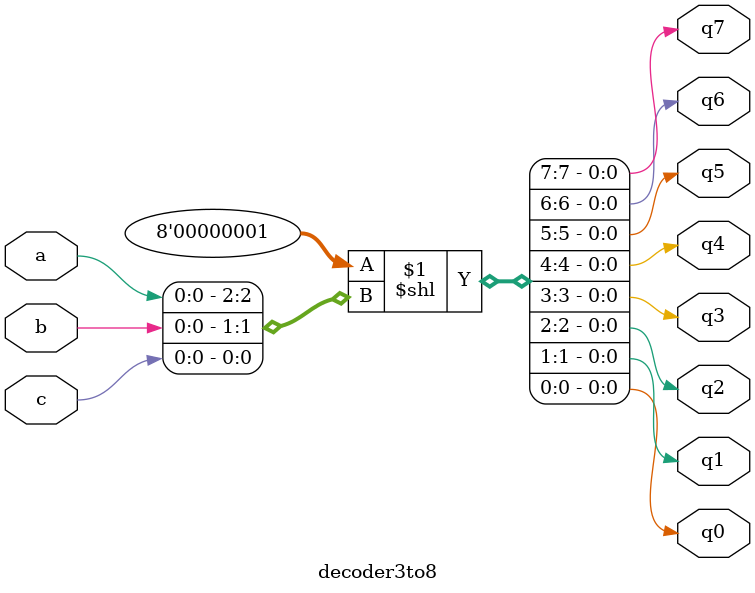
<source format=v>
`timescale 1ns / 1ps



module decoder3to8(
    input wire a,b,c,
    output wire q0,q1,q2,q3,q4,q5,q6,q7
);
    /*
    Truth Table:
    a b c | q0 q1 q2 q3 q4 q5 q6 q7
    -------------------------------
    0 0 0 |  1  0  0  0  0  0  0  0
    0 0 1 |  0  1  0  0  0  0  0  0
    0 1 0 |  0  0  1  0  0  0  0  0
    0 1 1 |  0  0  0  1  0  0  0  0
    1 0 0 |  0  0  0  0  1  0  0  0
    1 0 1 |  0  0  0  0  0  1  0  0
    1 1 0 |  0  0  0  0  0  0  1  0
    1 1 1 |  0  0  0  0  0  0  0  1
    */

    assign {q7, q6, q5, q4, q3, q2, q1, q0} = 8'b00000001 << {a,b,c};


endmodule

</source>
